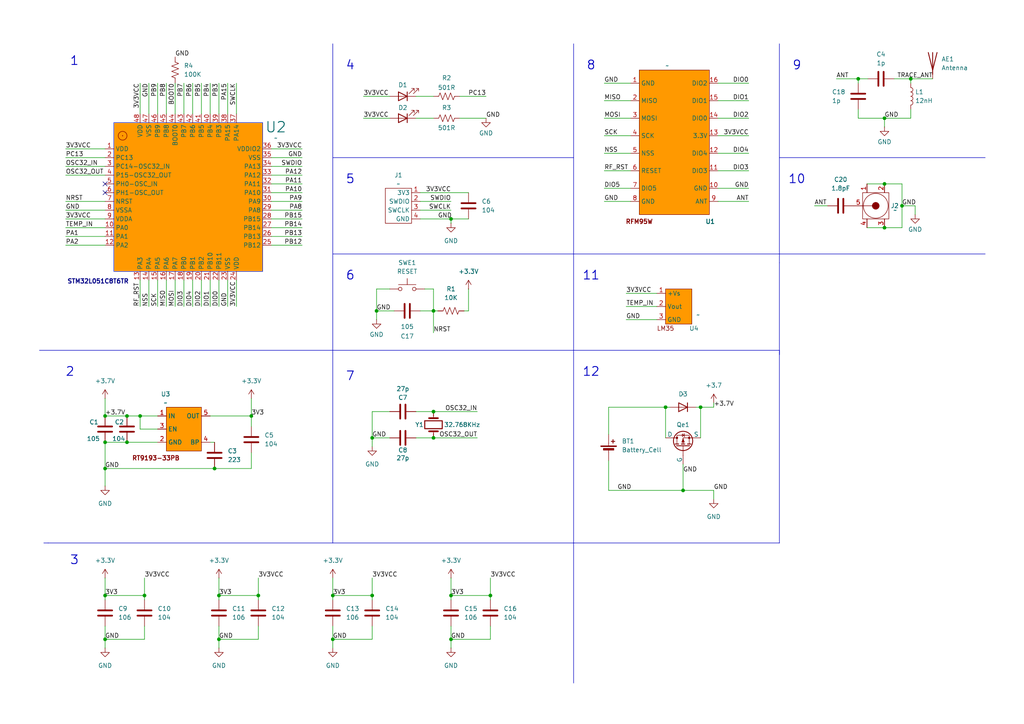
<source format=kicad_sch>
(kicad_sch (version 20231120) (generator "eeschema") (generator_version "8.0")
  (paper "A4")
  (lib_symbols
    (symbol "CONNECT_LAB:DEBUG_CONNECTOR"
      (property "Reference" "J1" (at 5.08 15.24 0))
      (property "Value" "~" (at 5.08 12.7 0))
      (symbol "DEBUG_CONNECTOR_0_1"
        (rectangle (start 1.27 11.43) (end 8.89 1.27))
      )
      (symbol "DEBUG_CONNECTOR_1_1"
        (pin input line (at 11.43 10.16 180) (length 2.54) (name "3V3") (number "1"))
        (pin input line (at 11.43 7.62 180) (length 2.54) (name "SWDIO") (number "2"))
        (pin input line (at 11.43 5.08 180) (length 2.54) (name "SWCLK") (number "3"))
        (pin input line (at 11.43 2.54 180) (length 2.54) (name "GND") (number "4"))
      )
    )
    (symbol "CONNECT_LAB:LM35_TO-92"
      (property "Reference" "U" (at 11.43 0 0))
      (symbol "LM35_TO-92_1_1"
        (rectangle (start 11.43 11.43) (end 3.81 1.27) (fill (type color) (color 255 153 0 1)))
        (text "LM35\n" (at 3.81 0 0) (effects (font (size 1.27 1.27))))
        (pin input line (at 1.27 10.16 0) (length 2.54) (name "+Vs") (number "1"))
        (pin input line (at 1.27 6.35 0) (length 2.54) (name "Vout") (number "2"))
        (pin input line (at 1.27 2.54 0) (length 2.54) (name "GND") (number "3"))
      )
    )
    (symbol "CONNECT_LAB:RFM95W"
      (property "Reference" "U1" (at 20.574 -2.032 0))
      (property "Value" "~" (at 8.1129 43.18 0))
      (symbol "RFM95W_1_0"
        (rectangle (start 0 41.91) (end 20.32 0) (fill (type color) (color 255 153 0 1)))
        (text "RFM95W" (at 0 -2.032 0) (effects (font (size 1.27 1.27) (thickness 0.254) (bold yes))))
      )
      (symbol "RFM95W_1_1"
        (pin passive line (at -2.54 38.1 0) (length 2.54) (name "GND") (number "1"))
        (pin passive line (at 22.86 7.62 180) (length 2.54) (name "GND") (number "10"))
        (pin passive line (at 22.86 12.7 180) (length 2.54) (name "DIO3") (number "11"))
        (pin passive line (at 22.86 17.78 180) (length 2.54) (name "DIO4") (number "12"))
        (pin passive line (at 22.86 22.86 180) (length 2.54) (name "3.3V") (number "13"))
        (pin passive line (at 22.86 27.94 180) (length 2.54) (name "DIO0") (number "14"))
        (pin passive line (at 22.86 33.02 180) (length 2.54) (name "DIO1") (number "15"))
        (pin passive line (at 22.86 38.1 180) (length 2.54) (name "DIO2") (number "16"))
        (pin passive line (at -2.54 33.02 0) (length 2.54) (name "MISO") (number "2"))
        (pin passive line (at -2.54 27.94 0) (length 2.54) (name "MOSI") (number "3"))
        (pin passive line (at -2.54 22.86 0) (length 2.54) (name "SCK") (number "4"))
        (pin passive line (at -2.54 17.78 0) (length 2.54) (name "NSS") (number "5"))
        (pin passive line (at -2.54 12.7 0) (length 2.54) (name "RESET") (number "6"))
        (pin passive line (at -2.54 7.62 0) (length 2.54) (name "DIO5") (number "7"))
        (pin passive line (at -2.54 3.81 0) (length 2.54) (name "GND") (number "8"))
        (pin passive line (at 22.86 3.81 180) (length 2.54) (name "ANT") (number "9"))
      )
    )
    (symbol "CONNECT_LAB:RTL9193-33PB"
      (property "Reference" "U3" (at 4.8502 20.32 0))
      (property "Value" "~" (at 4.8502 17.78 0))
      (symbol "RTL9193-33PB_1_1"
        (rectangle (start 5.08 16.51) (end 15.24 3.81) (fill (type color) (color 255 153 0 1)))
        (text "RT9193-33PB\n" (at 2.032 1.778 0) (effects (font (size 1.27 1.27) (thickness 0.254) (bold yes))))
        (pin passive line (at 2.54 13.97 0) (length 2.54) (name "IN") (number "1"))
        (pin passive line (at 2.54 6.35 0) (length 2.54) (name "GND") (number "2"))
        (pin passive line (at 2.54 10.16 0) (length 2.54) (name "EN") (number "3"))
        (pin passive line (at 17.78 6.35 180) (length 2.54) (name "BP") (number "4"))
        (pin passive line (at 17.78 13.97 180) (length 2.54) (name "OUT") (number "5"))
      )
    )
    (symbol "CONNECT_LAB:SMACONNECTOR"
      (property "Reference" "J" (at 13.208 7.366 0))
      (symbol "SMACONNECTOR_0_1"
        (rectangle (start 3.81 11.43) (end 11.43 3.81))
        (circle (center 7.62 7.62) (radius 3.5921))
      )
      (symbol "SMACONNECTOR_1_1"
        (polyline (pts (xy 3.81 7.62) (xy 7.62 7.62)))
        (circle (center 7.62 7.62) (radius 1) (fill (type color) (color 132 0 0 1)))
        (pin output line (at 5.08 13.97 270) (length 2.54) (name "") (number "1"))
        (pin output line (at 10.16 13.97 270) (length 2.54) (name "") (number "2"))
        (pin output line (at 10.16 1.27 90) (length 2.54) (name "") (number "3"))
        (pin output line (at 5.08 1.27 90) (length 2.54) (name "") (number "4"))
        (pin input line (at 1.27 7.62 0) (length 2.54) (name "") (number "5"))
      )
    )
    (symbol "CONNECT_LAB:STM32L051C8T6TR" (pin_names (offset 0.5))
      (property "Reference" "U2" (at 60.96 46.9586 0))
      (property "Value" "~" (at 60.96 43.7835 0))
      (symbol "STM32L051C8T6TR_1_0"
        (circle (center 16.51 44.45) (radius 0.0001) (fill (type color) (color 0 0 132 1)))
        (circle (center 16.51 44.45) (radius 1.27) (fill (type color) (color 0 194 194 1)))
        (text "STM32L051C8T6TR" (at 9.398 2.286 0) (effects (font (size 1.27 1.27) (thickness 0.254) (bold yes))))
      )
      (symbol "STM32L051C8T6TR_1_1"
        (rectangle (start 13.97 48.26) (end 57.15 5.08) (stroke (width 0) (color 0 45 255 1)) (fill (type color) (color 255 153 0 1)))
        (pin passive line (at 11.43 40.64 0) (length 2.54) (name "VDD") (number "1"))
        (pin passive line (at 11.43 17.78 0) (length 2.54) (name "PA0") (number "10"))
        (pin passive line (at 11.43 15.24 0) (length 2.54) (name "PA1") (number "11"))
        (pin passive line (at 11.43 12.7 0) (length 2.54) (name "PA2") (number "12"))
        (pin passive line (at 21.59 2.54 90) (length 2.54) (name "PA3") (number "13"))
        (pin passive line (at 24.13 2.54 90) (length 2.54) (name "PA4") (number "14"))
        (pin passive line (at 26.67 2.54 90) (length 2.54) (name "PA5") (number "15"))
        (pin passive line (at 29.21 2.54 90) (length 2.54) (name "PA6") (number "16"))
        (pin passive line (at 31.75 2.54 90) (length 2.54) (name "PA7") (number "17"))
        (pin passive line (at 34.29 2.54 90) (length 2.54) (name "PB0") (number "18"))
        (pin passive line (at 36.83 2.54 90) (length 2.54) (name "PB1") (number "19"))
        (pin passive line (at 11.43 38.1 0) (length 2.54) (name "PC13") (number "2"))
        (pin passive line (at 39.37 2.54 90) (length 2.54) (name "PB2") (number "20"))
        (pin passive line (at 41.91 2.54 90) (length 2.54) (name "PB10") (number "21"))
        (pin passive line (at 44.45 2.54 90) (length 2.54) (name "PB11") (number "22"))
        (pin passive line (at 46.99 2.54 90) (length 2.54) (name "VSS") (number "23"))
        (pin passive line (at 49.53 2.54 90) (length 2.54) (name "VDD") (number "24"))
        (pin passive line (at 59.69 12.7 180) (length 2.54) (name "PB12") (number "25"))
        (pin passive line (at 59.69 15.24 180) (length 2.54) (name "PB13") (number "26"))
        (pin passive line (at 59.69 17.78 180) (length 2.54) (name "PB14") (number "27"))
        (pin passive line (at 59.69 20.32 180) (length 2.54) (name "PB15") (number "28"))
        (pin passive line (at 59.69 22.86 180) (length 2.54) (name "PA8") (number "29"))
        (pin passive line (at 11.43 35.56 0) (length 2.54) (name "PC14-OSC32_IN") (number "3"))
        (pin passive line (at 59.69 25.4 180) (length 2.54) (name "PA9") (number "30"))
        (pin passive line (at 59.69 27.94 180) (length 2.54) (name "PA10") (number "31"))
        (pin passive line (at 59.69 30.48 180) (length 2.54) (name "PA11") (number "32"))
        (pin passive line (at 59.69 33.02 180) (length 2.54) (name "PA12") (number "33"))
        (pin passive line (at 59.69 35.56 180) (length 2.54) (name "PA13") (number "34"))
        (pin passive line (at 59.69 38.1 180) (length 2.54) (name "VSS") (number "35"))
        (pin passive line (at 59.69 40.64 180) (length 2.54) (name "VDDIO2") (number "36"))
        (pin passive line (at 49.53 50.8 270) (length 2.54) (name "PA14") (number "37"))
        (pin passive line (at 46.99 50.8 270) (length 2.54) (name "PA15") (number "38"))
        (pin passive line (at 44.45 50.8 270) (length 2.54) (name "PB3") (number "39"))
        (pin passive line (at 11.43 33.02 0) (length 2.54) (name "P15-OSC32_OUT") (number "4"))
        (pin passive line (at 41.91 50.8 270) (length 2.54) (name "PB4") (number "40"))
        (pin passive line (at 39.37 50.8 270) (length 2.54) (name "PB5") (number "41"))
        (pin passive line (at 36.83 50.8 270) (length 2.54) (name "PB6") (number "42"))
        (pin passive line (at 34.29 50.8 270) (length 2.54) (name "PB7") (number "43"))
        (pin passive line (at 31.75 50.8 270) (length 2.54) (name "BOOT0") (number "44"))
        (pin passive line (at 29.21 50.8 270) (length 2.54) (name "PB8") (number "45"))
        (pin passive line (at 26.67 50.8 270) (length 2.54) (name "PB9") (number "46"))
        (pin passive line (at 24.13 50.8 270) (length 2.54) (name "VSS") (number "47"))
        (pin passive line (at 21.59 50.8 270) (length 2.54) (name "VDD") (number "48"))
        (pin passive line (at 11.43 30.48 0) (length 2.54) (name "PH0-OSC_IN") (number "5"))
        (pin passive line (at 11.43 27.94 0) (length 2.54) (name "PH1-OSC_OUT") (number "6"))
        (pin passive line (at 11.43 25.4 0) (length 2.54) (name "NRST") (number "7"))
        (pin passive line (at 11.43 22.86 0) (length 2.54) (name "VSSA") (number "8"))
        (pin passive line (at 11.43 20.32 0) (length 2.54) (name "VDDA") (number "9"))
      )
    )
    (symbol "Device:Antenna" (pin_numbers hide) (pin_names (offset 1.016) hide)
      (property "Reference" "AE" (at -1.905 1.905 0))
      (property "Value" "Antenna" (at -1.905 0 0))
      (symbol "Antenna_0_1"
        (polyline (pts (xy 0 2.54) (xy 0 -3.81)) (stroke (width 0.254)))
        (polyline (pts (xy 1.27 2.54) (xy 0 -2.54) (xy -1.27 2.54)) (stroke (width 0.254)))
      )
      (symbol "Antenna_1_1"
        (pin input line (at 0 -5.08 90) (length 2.54) (name "A") (number "1"))
      )
    )
    (symbol "Device:Battery_Cell" (pin_numbers hide) (pin_names (offset 0) hide)
      (property "Reference" "BT" (at 2.54 2.54 0))
      (property "Value" "Battery_Cell" (at 2.54 0 0))
      (symbol "Battery_Cell_0_1"
        (rectangle (start -2.286 1.778) (end 2.286 1.524) (fill (type outline)))
        (rectangle (start -1.524 1.016) (end 1.524 0.508) (fill (type outline)))
        (polyline (pts (xy 0 0.762) (xy 0 0)))
        (polyline (pts (xy 0 1.778) (xy 0 2.54)))
        (polyline (pts (xy 0.762 3.048) (xy 1.778 3.048)) (stroke (width 0.254)))
        (polyline (pts (xy 1.27 3.556) (xy 1.27 2.54)) (stroke (width 0.254)))
      )
      (symbol "Battery_Cell_1_1"
        (pin passive line (at 0 5.08 270) (length 2.54) (name "+") (number "1"))
        (pin passive line (at 0 -2.54 90) (length 2.54) (name "-") (number "2"))
      )
    )
    (symbol "Device:C" (pin_numbers hide) (pin_names (offset 0.254))
      (property "Reference" "C" (at 0.635 2.54 0))
      (property "Value" "C" (at 0.635 -2.54 0))
      (symbol "C_0_1"
        (polyline (pts (xy -2.032 -0.762) (xy 2.032 -0.762)) (stroke (width 0.508)))
        (polyline (pts (xy -2.032 0.762) (xy 2.032 0.762)) (stroke (width 0.508)))
      )
      (symbol "C_1_1"
        (pin passive line (at 0 3.81 270) (length 2.794) (name "~") (number "1"))
        (pin passive line (at 0 -3.81 90) (length 2.794) (name "~") (number "2"))
      )
    )
    (symbol "Device:Crystal" (pin_numbers hide) (pin_names (offset 1.016) hide)
      (property "Reference" "Y" (at 0 3.81 0))
      (property "Value" "Crystal" (at 0 -3.81 0))
      (symbol "Crystal_0_1"
        (rectangle (start -1.143 2.54) (end 1.143 -2.54) (stroke (width 0.3048)))
        (polyline (pts (xy -2.54 0) (xy -1.905 0)))
        (polyline (pts (xy -1.905 -1.27) (xy -1.905 1.27)) (stroke (width 0.508)))
        (polyline (pts (xy 1.905 -1.27) (xy 1.905 1.27)) (stroke (width 0.508)))
        (polyline (pts (xy 2.54 0) (xy 1.905 0)))
      )
      (symbol "Crystal_1_1"
        (pin passive line (at -3.81 0 0) (length 1.27) (name "1") (number "1"))
        (pin passive line (at 3.81 0 180) (length 1.27) (name "2") (number "2"))
      )
    )
    (symbol "Device:D" (pin_numbers hide) (pin_names (offset 1.016) hide)
      (property "Reference" "D" (at 0 2.54 0))
      (property "Value" "D" (at 0 -2.54 0))
      (symbol "D_0_1"
        (polyline (pts (xy -1.27 1.27) (xy -1.27 -1.27)) (stroke (width 0.254)))
        (polyline (pts (xy 1.27 0) (xy -1.27 0)))
        (polyline (pts (xy 1.27 1.27) (xy 1.27 -1.27) (xy -1.27 0) (xy 1.27 1.27)) (stroke (width 0.254)))
      )
      (symbol "D_1_1"
        (pin passive line (at -3.81 0 0) (length 2.54) (name "K") (number "1"))
        (pin passive line (at 3.81 0 180) (length 2.54) (name "A") (number "2"))
      )
    )
    (symbol "Device:L" (pin_numbers hide) (pin_names (offset 1.016) hide)
      (property "Reference" "L" (at -1.27 0 90))
      (property "Value" "L" (at 1.905 0 90))
      (symbol "L_0_1"
        (arc (start 0 -2.54) (mid 0.6323 -1.905) (end 0 -1.27))
        (arc (start 0 -1.27) (mid 0.6323 -0.635) (end 0 0))
        (arc (start 0 0) (mid 0.6323 0.635) (end 0 1.27))
        (arc (start 0 1.27) (mid 0.6323 1.905) (end 0 2.54))
      )
      (symbol "L_1_1"
        (pin passive line (at 0 3.81 270) (length 1.27) (name "1") (number "1"))
        (pin passive line (at 0 -3.81 90) (length 1.27) (name "2") (number "2"))
      )
    )
    (symbol "Device:LED" (pin_numbers hide) (pin_names (offset 1.016) hide)
      (property "Reference" "D" (at 0 2.54 0))
      (property "Value" "LED" (at 0 -2.54 0))
      (symbol "LED_0_1"
        (polyline (pts (xy -1.27 -1.27) (xy -1.27 1.27)) (stroke (width 0.254)))
        (polyline (pts (xy -1.27 0) (xy 1.27 0)))
        (polyline (pts (xy 1.27 -1.27) (xy 1.27 1.27) (xy -1.27 0) (xy 1.27 -1.27)) (stroke (width 0.254)))
        (polyline (pts (xy -3.048 -0.762) (xy -4.572 -2.286) (xy -3.81 -2.286) (xy -4.572 -2.286) (xy -4.572 -1.524)))
        (polyline (pts (xy -1.778 -0.762) (xy -3.302 -2.286) (xy -2.54 -2.286) (xy -3.302 -2.286) (xy -3.302 -1.524)))
      )
      (symbol "LED_1_1"
        (pin passive line (at -3.81 0 0) (length 2.54) (name "K") (number "1"))
        (pin passive line (at 3.81 0 180) (length 2.54) (name "A") (number "2"))
      )
    )
    (symbol "Device:R_US" (pin_numbers hide) (pin_names (offset 0))
      (property "Reference" "R" (at 2.54 0 90))
      (property "Value" "R_US" (at -2.54 0 90))
      (symbol "R_US_0_1"
        (polyline (pts (xy 0 -2.286) (xy 0 -2.54)))
        (polyline (pts (xy 0 2.286) (xy 0 2.54)))
        (polyline (pts (xy 0 -0.762) (xy 1.016 -1.143) (xy 0 -1.524) (xy -1.016 -1.905) (xy 0 -2.286)))
        (polyline (pts (xy 0 0.762) (xy 1.016 0.381) (xy 0 0) (xy -1.016 -0.381) (xy 0 -0.762)))
        (polyline (pts (xy 0 2.286) (xy 1.016 1.905) (xy 0 1.524) (xy -1.016 1.143) (xy 0 0.762)))
      )
      (symbol "R_US_1_1"
        (pin passive line (at 0 3.81 270) (length 1.27) (name "~") (number "1"))
        (pin passive line (at 0 -3.81 90) (length 1.27) (name "~") (number "2"))
      )
    )
    (symbol "Simulation_SPICE:PMOS" (pin_numbers hide) (pin_names (offset 0))
      (property "Reference" "Q" (at 5.08 1.27 0))
      (property "Value" "PMOS" (at 5.08 -1.27 0))
      (symbol "PMOS_0_1"
        (polyline (pts (xy 0.254 0) (xy -2.54 0)))
        (polyline (pts (xy 0.254 1.905) (xy 0.254 -1.905)) (stroke (width 0.254)))
        (polyline (pts (xy 0.762 -1.27) (xy 0.762 -2.286)) (stroke (width 0.254)))
        (polyline (pts (xy 0.762 0.508) (xy 0.762 -0.508)) (stroke (width 0.254)))
        (polyline (pts (xy 0.762 2.286) (xy 0.762 1.27)) (stroke (width 0.254)))
        (polyline (pts (xy 2.54 2.54) (xy 2.54 1.778)))
        (polyline (pts (xy 2.54 -2.54) (xy 2.54 0) (xy 0.762 0)))
        (polyline (pts (xy 0.762 1.778) (xy 3.302 1.778) (xy 3.302 -1.778) (xy 0.762 -1.778)))
        (polyline (pts (xy 2.286 0) (xy 1.27 0.381) (xy 1.27 -0.381) (xy 2.286 0)) (fill (type outline)))
        (polyline (pts (xy 2.794 -0.508) (xy 2.921 -0.381) (xy 3.683 -0.381) (xy 3.81 -0.254)))
        (polyline (pts (xy 3.302 -0.381) (xy 2.921 0.254) (xy 3.683 0.254) (xy 3.302 -0.381)))
        (circle (center 1.651 0) (radius 2.794) (stroke (width 0.254)))
        (circle (center 2.54 -1.778) (radius 0.254) (fill (type outline)))
        (circle (center 2.54 1.778) (radius 0.254) (fill (type outline)))
      )
      (symbol "PMOS_1_1"
        (pin passive line (at 2.54 5.08 270) (length 2.54) (name "D") (number "1"))
        (pin input line (at -5.08 0 0) (length 2.54) (name "G") (number "2"))
        (pin passive line (at 2.54 -5.08 90) (length 2.54) (name "S") (number "3"))
      )
    )
    (symbol "Switch:SW_Push" (pin_numbers hide) (pin_names (offset 1.016) hide)
      (property "Reference" "SW" (at 1.27 2.54 0))
      (property "Value" "SW_Push" (at 0 -1.524 0))
      (symbol "SW_Push_0_1"
        (circle (center -2.032 0) (radius 0.508))
        (polyline (pts (xy 0 1.27) (xy 0 3.048)))
        (polyline (pts (xy 2.54 1.27) (xy -2.54 1.27)))
        (circle (center 2.032 0) (radius 0.508))
        (pin passive line (at -5.08 0 0) (length 2.54) (name "1") (number "1"))
        (pin passive line (at 5.08 0 180) (length 2.54) (name "2") (number "2"))
      )
    )
    (symbol "power:+3.3V" (power) (pin_numbers hide) (pin_names (offset 0) hide)
      (property "Value" "+3.3V" (at 0 3.556 0))
      (symbol "+3.3V_0_1"
        (polyline (pts (xy -0.762 1.27) (xy 0 2.54)))
        (polyline (pts (xy 0 0) (xy 0 2.54)))
        (polyline (pts (xy 0 2.54) (xy 0.762 1.27)))
      )
      (symbol "+3.3V_1_1"
        (pin power_in line (at 0 0 90) (length 0) (name "~") (number "1"))
      )
    )
    (symbol "power:+5V" (power) (pin_numbers hide) (pin_names (offset 0) hide)
      (property "Value" "+5V" (at 0 3.556 0))
      (symbol "+5V_0_1"
        (polyline (pts (xy -0.762 1.27) (xy 0 2.54)))
        (polyline (pts (xy 0 0) (xy 0 2.54)))
        (polyline (pts (xy 0 2.54) (xy 0.762 1.27)))
      )
      (symbol "+5V_1_1"
        (pin power_in line (at 0 0 90) (length 0) (name "~") (number "1"))
      )
    )
    (symbol "power:+7.5V" (power) (pin_numbers hide) (pin_names (offset 0) hide)
      (property "Value" "+7.5V" (at 0 3.556 0))
      (symbol "+7.5V_0_1"
        (polyline (pts (xy -0.762 1.27) (xy 0 2.54)))
        (polyline (pts (xy 0 0) (xy 0 2.54)))
        (polyline (pts (xy 0 2.54) (xy 0.762 1.27)))
      )
      (symbol "+7.5V_1_1"
        (pin power_in line (at 0 0 90) (length 0) (name "~") (number "1"))
      )
    )
    (symbol "power:GND" (power) (pin_numbers hide) (pin_names (offset 0) hide)
      (property "Value" "GND" (at 0 -3.81 0))
      (symbol "GND_0_1"
        (polyline (pts (xy 0 0) (xy 0 -1.27) (xy 1.27 -1.27) (xy 0 -2.54) (xy -1.27 -1.27) (xy 0 -1.27)))
      )
      (symbol "GND_1_1"
        (pin power_in line (at 0 0 270) (length 0) (name "~") (number "1"))
      )
    )
  )
  (junction (at 256.54 53.34))
  (junction (at 40.64 120.65))
  (junction (at 72.898 120.65))
  (junction (at 130.81 185.42))
  (junction (at 30.48 135.89))
  (junction (at 256.54 34.29))
  (junction (at 41.91 172.72))
  (junction (at 74.93 172.72))
  (junction (at 63.5 172.72))
  (junction (at 30.48 185.42))
  (junction (at 36.83 120.65))
  (junction (at 96.52 172.72))
  (junction (at 203.2 118.11))
  (junction (at 96.52 185.42))
  (junction (at 248.92 22.86))
  (junction (at 30.48 120.65))
  (junction (at 36.83 128.27))
  (junction (at 63.5 185.42))
  (junction (at 125.73 90.17))
  (junction (at 193.04 118.11))
  (junction (at 130.81 172.72))
  (junction (at 130.81 63.5))
  (junction (at 125.73 119.38))
  (junction (at 109.22 90.17))
  (junction (at 62.23 135.89))
  (junction (at 107.95 172.72))
  (junction (at 198.12 142.24))
  (junction (at 261.62 59.69))
  (junction (at 264.16 22.86))
  (junction (at 30.48 128.27))
  (junction (at 256.54 66.04))
  (junction (at 30.48 172.72))
  (junction (at 125.73 127))
  (junction (at 107.95 127))
  (junction (at 142.24 172.72))
  (no_connect (at 30.48 55.88))
  (no_connect (at 30.48 53.34))
  (wire (pts (xy 203.2 127) (xy 203.2 118.11)))
  (wire (pts (xy 121.92 58.42) (xy 130.81 58.42)))
  (wire (pts (xy 41.91 181.61) (xy 41.91 185.42)))
  (wire (pts (xy 45.72 81.28) (xy 45.72 88.9)))
  (wire (pts (xy 50.8 24.13) (xy 50.8 33.02)))
  (wire (pts (xy 203.2 118.11) (xy 207.01 118.11)))
  (wire (pts (xy 248.92 34.29) (xy 256.54 34.29)))
  (wire (pts (xy 74.93 167.64) (xy 74.93 172.72)))
  (wire (pts (xy 130.81 167.64) (xy 130.81 172.72)))
  (polyline (pts (xy 226.06 157.48) (xy 226.06 157.48)))
  (wire (pts (xy 78.74 71.12) (xy 87.63 71.12)))
  (wire (pts (xy 19.05 60.96) (xy 30.48 60.96)))
  (wire (pts (xy 19.05 71.12) (xy 30.48 71.12)))
  (wire (pts (xy 107.95 119.38) (xy 107.95 127)))
  (wire (pts (xy 78.74 68.58) (xy 87.63 68.58)))
  (wire (pts (xy 107.95 181.61) (xy 107.95 185.42)))
  (wire (pts (xy 30.48 181.61) (xy 30.48 185.42)))
  (wire (pts (xy 96.52 172.72) (xy 107.95 172.72)))
  (wire (pts (xy 121.92 63.5) (xy 130.81 63.5)))
  (wire (pts (xy 72.898 115.57) (xy 72.898 120.65)))
  (polyline (pts (xy 13.97 157.48) (xy 166.37 157.48)))
  (wire (pts (xy 198.12 134.62) (xy 198.12 142.24)))
  (wire (pts (xy 58.42 24.13) (xy 58.42 33.02)))
  (polyline (pts (xy 12.7 157.48) (xy 13.97 157.48)))
  (polyline (pts (xy 166.37 101.6) (xy 166.37 157.48)))
  (wire (pts (xy 248.92 22.86) (xy 251.714 22.86)))
  (polyline (pts (xy 226.06 101.6) (xy 226.06 102.87)))
  (wire (pts (xy 30.48 172.72) (xy 41.91 172.72)))
  (wire (pts (xy 78.74 43.18) (xy 87.63 43.18)))
  (wire (pts (xy 19.05 43.18) (xy 30.48 43.18)))
  (wire (pts (xy 107.95 167.64) (xy 107.95 172.72)))
  (wire (pts (xy 107.95 127) (xy 113.03 127)))
  (wire (pts (xy 19.05 45.72) (xy 30.48 45.72)))
  (wire (pts (xy 78.74 66.04) (xy 87.63 66.04)))
  (wire (pts (xy 74.93 172.72) (xy 74.93 173.99)))
  (wire (pts (xy 130.81 63.5) (xy 135.89 63.5)))
  (wire (pts (xy 105.41 27.94) (xy 113.03 27.94)))
  (polyline (pts (xy 166.37 73.66) (xy 285.75 73.66)))
  (wire (pts (xy 176.53 133.604) (xy 176.53 142.24)))
  (wire (pts (xy 181.61 88.9) (xy 190.5 88.9)))
  (wire (pts (xy 68.58 81.28) (xy 68.58 88.9)))
  (wire (pts (xy 236.22 59.69) (xy 240.03 59.69)))
  (polyline (pts (xy 166.37 12.7) (xy 166.37 101.6)))
  (wire (pts (xy 62.23 135.89) (xy 72.898 135.89)))
  (wire (pts (xy 130.81 172.72) (xy 130.81 173.99)))
  (wire (pts (xy 176.53 142.24) (xy 198.12 142.24)))
  (wire (pts (xy 193.04 118.11) (xy 194.31 118.11)))
  (wire (pts (xy 208.28 58.42) (xy 217.17 58.42)))
  (wire (pts (xy 63.5 24.13) (xy 63.5 33.02)))
  (wire (pts (xy 30.48 172.72) (xy 30.48 173.99)))
  (wire (pts (xy 19.05 48.26) (xy 30.48 48.26)))
  (wire (pts (xy 208.28 39.37) (xy 217.17 39.37)))
  (wire (pts (xy 19.05 50.8) (xy 30.48 50.8)))
  (wire (pts (xy 181.61 92.71) (xy 190.5 92.71)))
  (wire (pts (xy 248.92 31.75) (xy 248.92 34.29)))
  (wire (pts (xy 109.22 90.17) (xy 109.22 92.71)))
  (wire (pts (xy 96.52 181.61) (xy 96.52 185.42)))
  (polyline (pts (xy 96.52 45.72) (xy 166.37 45.72)))
  (wire (pts (xy 30.48 167.64) (xy 30.48 172.72)))
  (wire (pts (xy 120.65 127) (xy 125.73 127)))
  (wire (pts (xy 60.96 128.27) (xy 62.23 128.27)))
  (wire (pts (xy 176.53 118.11) (xy 176.53 125.984)))
  (wire (pts (xy 208.28 34.29) (xy 217.17 34.29)))
  (wire (pts (xy 125.73 127) (xy 138.43 127)))
  (wire (pts (xy 256.54 36.83) (xy 256.54 34.29)))
  (wire (pts (xy 96.52 185.42) (xy 107.95 185.42)))
  (wire (pts (xy 63.5 185.42) (xy 63.5 187.96)))
  (wire (pts (xy 130.81 172.72) (xy 142.24 172.72)))
  (wire (pts (xy 142.24 181.61) (xy 142.24 185.42)))
  (wire (pts (xy 55.88 24.13) (xy 55.88 33.02)))
  (polyline (pts (xy 96.52 101.6) (xy 96.52 157.48)))
  (wire (pts (xy 121.92 55.88) (xy 135.89 55.88)))
  (wire (pts (xy 248.92 24.13) (xy 248.92 22.86)))
  (wire (pts (xy 30.48 185.42) (xy 41.91 185.42)))
  (wire (pts (xy 242.57 22.86) (xy 248.92 22.86)))
  (wire (pts (xy 125.73 83.82) (xy 125.73 90.17)))
  (wire (pts (xy 36.83 128.27) (xy 30.48 128.27)))
  (wire (pts (xy 208.28 24.13) (xy 217.17 24.13)))
  (wire (pts (xy 133.35 34.29) (xy 140.97 34.29)))
  (wire (pts (xy 40.64 24.13) (xy 40.64 33.02)))
  (wire (pts (xy 261.62 59.69) (xy 265.43 59.69)))
  (wire (pts (xy 45.72 120.65) (xy 40.64 120.65)))
  (wire (pts (xy 135.89 83.82) (xy 135.89 90.17)))
  (wire (pts (xy 256.54 66.04) (xy 261.62 66.04)))
  (wire (pts (xy 207.01 116.84) (xy 207.01 118.11)))
  (wire (pts (xy 130.81 63.5) (xy 130.81 64.77)))
  (wire (pts (xy 113.03 119.38) (xy 107.95 119.38)))
  (wire (pts (xy 251.46 53.34) (xy 256.54 53.34)))
  (wire (pts (xy 251.46 66.04) (xy 256.54 66.04)))
  (wire (pts (xy 201.93 118.11) (xy 203.2 118.11)))
  (wire (pts (xy 198.12 142.24) (xy 207.01 142.24)))
  (wire (pts (xy 78.74 58.42) (xy 87.63 58.42)))
  (polyline (pts (xy 166.37 157.48) (xy 226.06 157.48)))
  (wire (pts (xy 72.898 120.65) (xy 72.898 123.698)))
  (wire (pts (xy 53.34 81.28) (xy 53.34 88.9)))
  (wire (pts (xy 175.26 54.61) (xy 182.88 54.61)))
  (wire (pts (xy 19.05 68.58) (xy 30.48 68.58)))
  (wire (pts (xy 181.61 85.09) (xy 190.5 85.09)))
  (wire (pts (xy 30.48 128.27) (xy 30.48 135.89)))
  (wire (pts (xy 96.52 172.72) (xy 96.52 173.99)))
  (wire (pts (xy 40.64 124.46) (xy 40.64 120.65)))
  (wire (pts (xy 193.04 118.11) (xy 193.04 127)))
  (wire (pts (xy 30.48 115.57) (xy 30.48 120.65)))
  (wire (pts (xy 207.01 142.24) (xy 207.01 144.78)))
  (wire (pts (xy 261.62 59.69) (xy 261.62 66.04)))
  (wire (pts (xy 130.81 181.61) (xy 130.81 185.42)))
  (wire (pts (xy 176.53 118.11) (xy 193.04 118.11)))
  (wire (pts (xy 125.73 90.17) (xy 127 90.17)))
  (wire (pts (xy 96.52 167.64) (xy 96.52 172.72)))
  (wire (pts (xy 265.43 59.69) (xy 265.43 62.23)))
  (wire (pts (xy 63.5 181.61) (xy 63.5 185.42)))
  (wire (pts (xy 120.65 34.29) (xy 125.73 34.29)))
  (polyline (pts (xy 11.43 101.6) (xy 166.37 101.6)))
  (wire (pts (xy 142.24 167.64) (xy 142.24 172.72)))
  (wire (pts (xy 107.95 129.54) (xy 107.95 127)))
  (wire (pts (xy 48.26 81.28) (xy 48.26 88.9)))
  (wire (pts (xy 130.81 185.42) (xy 142.24 185.42)))
  (wire (pts (xy 63.5 81.28) (xy 63.5 88.9)))
  (polyline (pts (xy 226.06 12.7) (xy 226.06 76.2)))
  (polyline (pts (xy 166.37 157.48) (xy 166.37 198.12)))
  (wire (pts (xy 78.74 60.96) (xy 87.63 60.96)))
  (wire (pts (xy 125.73 96.52) (xy 125.73 90.17)))
  (wire (pts (xy 66.04 24.13) (xy 66.04 33.02)))
  (wire (pts (xy 30.48 187.96) (xy 30.48 185.42)))
  (wire (pts (xy 208.28 44.45) (xy 217.17 44.45)))
  (wire (pts (xy 74.93 181.61) (xy 74.93 185.42)))
  (wire (pts (xy 60.96 24.13) (xy 60.96 33.02)))
  (wire (pts (xy 50.8 81.28) (xy 50.8 88.9)))
  (wire (pts (xy 30.48 135.89) (xy 62.23 135.89)))
  (wire (pts (xy 142.24 173.99) (xy 142.24 172.72)))
  (wire (pts (xy 175.26 44.45) (xy 182.88 44.45)))
  (wire (pts (xy 53.34 24.13) (xy 53.34 33.02)))
  (wire (pts (xy 68.58 24.13) (xy 68.58 33.02)))
  (wire (pts (xy 43.18 24.13) (xy 43.18 33.02)))
  (wire (pts (xy 63.5 185.42) (xy 74.93 185.42)))
  (wire (pts (xy 45.72 124.46) (xy 40.64 124.46)))
  (wire (pts (xy 133.35 27.94) (xy 140.97 27.94)))
  (wire (pts (xy 264.16 22.86) (xy 264.16 24.13)))
  (polyline (pts (xy 96.52 73.66) (xy 166.37 73.66)))
  (wire (pts (xy 55.88 81.28) (xy 55.88 88.9)))
  (wire (pts (xy 105.41 34.29) (xy 113.03 34.29)))
  (wire (pts (xy 45.72 128.27) (xy 36.83 128.27)))
  (wire (pts (xy 125.73 83.82) (xy 123.19 83.82)))
  (wire (pts (xy 45.72 24.13) (xy 45.72 33.02)))
  (wire (pts (xy 78.74 53.34) (xy 87.63 53.34)))
  (wire (pts (xy 60.96 120.65) (xy 72.898 120.65)))
  (wire (pts (xy 208.28 54.61) (xy 217.17 54.61)))
  (wire (pts (xy 63.5 172.72) (xy 63.5 173.99)))
  (wire (pts (xy 109.22 90.17) (xy 114.3 90.17)))
  (wire (pts (xy 19.05 66.04) (xy 30.48 66.04)))
  (wire (pts (xy 175.26 34.29) (xy 182.88 34.29)))
  (wire (pts (xy 41.91 167.64) (xy 41.91 172.72)))
  (wire (pts (xy 175.26 29.21) (xy 182.88 29.21)))
  (wire (pts (xy 175.26 24.13) (xy 182.88 24.13)))
  (wire (pts (xy 48.26 24.13) (xy 48.26 33.02)))
  (wire (pts (xy 41.91 173.99) (xy 41.91 172.72)))
  (wire (pts (xy 43.18 81.28) (xy 43.18 88.9)))
  (polyline (pts (xy 226.06 76.2) (xy 226.06 157.48)))
  (wire (pts (xy 175.26 49.53) (xy 182.88 49.53)))
  (wire (pts (xy 78.74 45.72) (xy 87.63 45.72)))
  (wire (pts (xy 175.26 58.42) (xy 182.88 58.42)))
  (wire (pts (xy 30.48 135.89) (xy 30.48 140.97)))
  (wire (pts (xy 40.64 120.65) (xy 36.83 120.65)))
  (wire (pts (xy 40.64 81.28) (xy 40.64 88.9)))
  (wire (pts (xy 175.26 39.37) (xy 182.88 39.37)))
  (wire (pts (xy 19.05 58.42) (xy 30.48 58.42)))
  (wire (pts (xy 19.05 63.5) (xy 30.48 63.5)))
  (wire (pts (xy 120.65 27.94) (xy 125.73 27.94)))
  (wire (pts (xy 134.62 90.17) (xy 135.89 90.17)))
  (wire (pts (xy 264.16 31.75) (xy 264.16 34.29)))
  (wire (pts (xy 78.74 50.8) (xy 87.63 50.8)))
  (wire (pts (xy 109.22 83.82) (xy 109.22 90.17)))
  (wire (pts (xy 256.54 53.34) (xy 261.62 53.34)))
  (wire (pts (xy 107.95 173.99) (xy 107.95 172.72)))
  (wire (pts (xy 121.92 60.96) (xy 130.81 60.96)))
  (wire (pts (xy 96.52 185.42) (xy 96.52 187.96)))
  (polyline (pts (xy 166.37 101.6) (xy 226.06 101.6)))
  (wire (pts (xy 208.28 49.53) (xy 217.17 49.53)))
  (wire (pts (xy 261.62 53.34) (xy 261.62 59.69)))
  (wire (pts (xy 63.5 172.72) (xy 74.93 172.72)))
  (wire (pts (xy 125.73 119.38) (xy 138.43 119.38)))
  (polyline (pts (xy 226.06 45.72) (xy 285.75 45.72)))
  (wire (pts (xy 78.74 55.88) (xy 87.63 55.88)))
  (wire (pts (xy 264.16 22.86) (xy 270.51 22.86)))
  (wire (pts (xy 63.5 167.64) (xy 63.5 172.72)))
  (wire (pts (xy 256.54 34.29) (xy 264.16 34.29)))
  (wire (pts (xy 120.65 119.38) (xy 125.73 119.38)))
  (wire (pts (xy 121.92 90.17) (xy 125.73 90.17)))
  (wire (pts (xy 208.28 29.21) (xy 217.17 29.21)))
  (polyline (pts (xy 96.52 12.7) (xy 96.52 101.6)))
  (wire (pts (xy 113.03 83.82) (xy 109.22 83.82)))
  (wire (pts (xy 78.74 48.26) (xy 87.63 48.26)))
  (wire (pts (xy 130.81 185.42) (xy 130.81 187.96)))
  (wire (pts (xy 58.42 81.28) (xy 58.42 88.9)))
  (wire (pts (xy 66.04 81.28) (xy 66.04 88.9)))
  (wire (pts (xy 72.898 131.318) (xy 72.898 135.89)))
  (wire (pts (xy 36.83 120.65) (xy 30.48 120.65)))
  (wire (pts (xy 259.334 22.86) (xy 264.16 22.86)))
  (wire (pts (xy 60.96 81.28) (xy 60.96 88.9)))
  (wire (pts (xy 78.74 63.5) (xy 87.63 63.5)))
  (text "2" (at 20.32 107.95 0) (effects (font (size 2.54 2.54) (thickness 0.254) (bold yes))))
  (text "4" (at 101.6 19.05 0) (effects (font (size 2.54 2.54) (thickness 0.254) (bold yes))))
  (text "11" (at 171.45 80.01 0) (effects (font (size 2.54 2.54) (thickness 0.254) (bold yes))))
  (text "8" (at 171.45 19.05 0) (effects (font (size 2.54 2.54) (thickness 0.254) (bold yes))))
  (text "1" (at 21.59 17.78 0) (effects (font (size 2.54 2.54) (thickness 0.254) (bold yes))))
  (text "9" (at 231.14 19.05 0) (effects (font (size 2.54 2.54) (thickness 0.254) (bold yes))))
  (text "10" (at 231.14 52.07 0) (effects (font (size 2.54 2.54) (thickness 0.254) (bold yes))))
  (text "5" (at 101.6 52.07 0) (effects (font (size 2.54 2.54) (thickness 0.254) (bold yes))))
  (text "12" (at 171.45 107.95 0) (effects (font (size 2.54 2.54) (thickness 0.254) (bold yes))))
  (text "6" (at 101.6 80.01 0) (effects (font (size 2.54 2.54) (thickness 0.254) (bold yes))))
  (text "3" (at 21.59 162.56 0) (effects (font (size 2.54 2.54) (thickness 0.254) (bold yes))))
  (text "7" (at 101.6 109.22 0) (effects (font (size 2.54 2.54) (thickness 0.254) (bold yes))))
  (label "PA1" (at 19.05 68.58 0))
  (label "TEMP_IN" (at 19.05 66.04 0))
  (label "DIO2" (at 217.17 34.29 180))
  (label "3V3VCC" (at 105.41 27.94 0))
  (label "PA8" (at 87.63 60.96 180))
  (label "GND" (at 207.01 142.24 0))
  (label "SWDIO" (at 87.63 48.26 180))
  (label "ANT" (at 217.17 58.42 180))
  (label "GND" (at 87.63 45.72 180))
  (label "GND" (at 130.81 185.42 0))
  (label "GND" (at 63.5 185.42 0))
  (label "SWCLK" (at 130.81 60.96 180))
  (label "PB13" (at 87.63 68.58 180))
  (label "PB4" (at 60.96 24.13 270))
  (label "3V3VCC" (at 19.05 43.18 0))
  (label "3V3VCC" (at 181.61 85.09 0))
  (label "3V3" (at 72.898 120.65 0))
  (label "DIO4" (at 55.88 88.9 90))
  (label "GND" (at 140.97 34.29 0))
  (label "PB15" (at 87.63 63.5 180))
  (label "PB9" (at 45.72 24.13 270))
  (label "MOSI" (at 50.8 88.9 90))
  (label "PA15" (at 66.04 24.13 270))
  (label "3V3VCC" (at 142.24 167.64 0))
  (label "3V3VCC" (at 19.05 63.5 0))
  (label "+3.7V" (at 30.48 120.65 0))
  (label "SCK" (at 45.72 88.9 90))
  (label "PA12" (at 87.63 50.8 180))
  (label "GND" (at 66.04 88.9 90))
  (label "3V3VCC" (at 74.93 167.64 0))
  (label "DIO1" (at 217.17 29.21 180))
  (label "BOOT0" (at 50.8 24.13 270))
  (label "3V3VCC" (at 68.58 88.9 90))
  (label "PB5" (at 58.42 24.13 270))
  (label "GND" (at 175.26 58.42 0))
  (label "3V3VCC" (at 217.17 39.37 180))
  (label "GND" (at 50.8 16.51 0))
  (label "3V3" (at 96.52 172.72 0))
  (label "GND" (at 198.12 137.16 0))
  (label "DIO0" (at 217.17 24.13 180))
  (label "DIO0" (at 63.5 88.9 90))
  (label "PB7" (at 53.34 24.13 270))
  (label "SCK" (at 175.26 39.37 0))
  (label "3V3VCC" (at 41.91 167.64 0))
  (label "3V3VCC" (at 87.63 43.18 180))
  (label "DIO4" (at 217.17 44.45 180))
  (label "DIO3" (at 53.34 88.9 90))
  (label "GND" (at 181.61 92.71 0))
  (label "GND" (at 217.17 54.61 180))
  (label "RF_RST" (at 40.64 88.9 90))
  (label "PB8" (at 48.26 24.13 270))
  (label "GND" (at 43.18 24.13 270))
  (label "PA2" (at 19.05 71.12 0))
  (label "GND" (at 30.48 185.42 0))
  (label "GND" (at 107.95 127 0))
  (label "3V3VCC" (at 40.64 24.13 270))
  (label "MISO" (at 48.26 88.9 90))
  (label "3V3VCC" (at 130.81 55.88 180))
  (label "SWDIO" (at 130.81 58.42 180))
  (label "GND" (at 19.05 60.96 0))
  (label "GND" (at 30.48 135.89 0))
  (label "PB6" (at 55.88 24.13 270))
  (label "MOSI" (at 175.26 34.29 0))
  (label "GND" (at 175.26 24.13 0))
  (label "3V3" (at 63.5 172.72 0))
  (label "MISO" (at 175.26 29.21 0))
  (label "DIO2" (at 58.42 88.9 90))
  (label "GND" (at 96.52 185.42 0))
  (label "3V3VCC" (at 105.41 34.29 0))
  (label "PB12" (at 87.63 71.12 180))
  (label "GND" (at 109.22 90.17 0))
  (label "ANT" (at 236.22 59.69 0))
  (label "NSS" (at 43.18 88.9 90))
  (label "NSS" (at 175.26 44.45 0))
  (label "GND" (at 179.07 142.24 0))
  (label "3V3" (at 30.48 172.72 0))
  (label "PA11" (at 87.63 53.34 180))
  (label "NRST" (at 19.05 58.42 0))
  (label "DIO3" (at 217.17 49.53 180))
  (label "GND" (at 261.62 59.69 0))
  (label "PA9" (at 87.63 58.42 180))
  (label "OSC32_OUT" (at 138.43 127 180))
  (label "OSC32_OUT" (at 19.05 50.8 0))
  (label "DIO1" (at 60.96 88.9 90))
  (label "GND" (at 256.54 34.29 0))
  (label "PC13" (at 140.97 27.94 180))
  (label "TRACE_ANT" (at 270.51 22.86 180))
  (label "OSC32_IN" (at 19.05 48.26 0))
  (label "3V3VCC" (at 107.95 167.64 0))
  (label "3V3" (at 130.81 172.72 0))
  (label "OSC32_IN" (at 138.43 119.38 180))
  (label "PB3" (at 63.5 24.13 270))
  (label "+3.7V" (at 207.01 118.11 0))
  (label "PC13" (at 19.05 45.72 0))
  (label "PA10" (at 87.63 55.88 180))
  (label "SWCLK" (at 68.58 24.13 270))
  (label "RF_RST" (at 175.26 49.53 0))
  (label "ANT" (at 242.57 22.86 0))
  (label "GND" (at 127 63.5 0))
  (label "PB14" (at 87.63 66.04 180))
  (label "NRST" (at 125.73 96.52 0))
  (label "DIO5" (at 175.26 54.61 0))
  (label "TEMP_IN" (at 181.61 88.9 0))
  (symbol (lib_id "CONNECT_LAB:RFM95W") (at 185.42 62.23 0) (unit 1)
    (property "Reference" "U1" (at 205.994 64.262 0) (effects (font (thickness 0.254) (bold yes))))
    (property "Value" "~" (at 193.5329 19.05 0))
    (property "Footprint" "RF_Module:HOPERF_RFM9XW_SMD" (effects (hide yes)))
  )
  (symbol (lib_id "Simulation_SPICE:PMOS") (at 198.12 129.54 90) (unit 1)
    (property "Reference" "Qe1" (at 198.12 123.19 90))
    (property "Footprint" "Package_TO_SOT_SMD:SOT-23_Handsoldering" (effects (hide yes)))
  )
  (symbol (lib_id "Device:C") (at 62.23 132.08 0) (unit 1)
    (property "Reference" "C3" (at 66.04 130.8099 0) (effects (justify left)))
    (property "Value" "223" (at 66.04 133.3499 0) (effects (justify left)))
    (property "Footprint" "Capacitor_SMD:C_0805_2012Metric_Pad1.18x1.45mm_HandSolder" (effects (hide yes)))
    (property "Description" "Unpolarized capacitor" (effects (hide yes)))
  )
  (symbol (lib_id "Device:C") (at 74.93 177.8 0) (unit 1)
    (property "Reference" "C12" (at 78.74 176.5299 0) (effects (justify left)))
    (property "Value" "104" (at 78.74 179.0699 0) (effects (justify left)))
    (property "Footprint" "Capacitor_SMD:C_0805_2012Metric_Pad1.18x1.45mm_HandSolder" (effects (hide yes)))
    (property "Description" "Unpolarized capacitor" (effects (hide yes)))
  )
  (symbol (lib_id "power:GND") (at 30.48 140.97 0) (unit 1)
    (property "Reference" "#PWR02" (effects (hide yes)))
    (property "Value" "GND" (at 30.48 146.05 0))
  )
  (symbol (lib_id "Device:C") (at 255.524 22.86 90) (unit 1)
    (property "Reference" "C4" (at 255.524 15.748 90))
    (property "Value" "1p" (at 255.524 18.288 90))
    (property "Footprint" "Capacitor_SMD:C_0805_2012Metric_Pad1.18x1.45mm_HandSolder" (effects (hide yes)))
    (property "Description" "Unpolarized capacitor" (effects (hide yes)))
  )
  (symbol (lib_id "power:GND") (at 107.95 129.54 0) (unit 1)
    (property "Reference" "#PWR04" (effects (hide yes)))
    (property "Value" "GND" (at 107.95 134.62 0))
  )
  (symbol (lib_id "Device:R_US") (at 129.54 27.94 90) (unit 1)
    (property "Reference" "R2" (at 129.54 22.606 90))
    (property "Value" "501R" (at 129.54 25.4 90))
    (property "Footprint" "Resistor_SMD:R_0805_2012Metric_Pad1.20x1.40mm_HandSolder" (effects (hide yes)))
    (property "Description" "Resistor, US symbol" (effects (hide yes)))
  )
  (symbol (lib_id "Device:C") (at 116.84 127 90) (unit 1)
    (property "Reference" "C8" (at 116.84 130.556 90))
    (property "Value" "27p" (at 116.84 132.842 90))
    (property "Footprint" "Capacitor_SMD:C_0805_2012Metric_Pad1.18x1.45mm_HandSolder" (effects (hide yes)))
    (property "Description" "Unpolarized capacitor" (effects (hide yes)))
  )
  (symbol (lib_id "Device:R_US") (at 129.54 34.29 90) (unit 1)
    (property "Reference" "R3" (at 129.54 31.242 90))
    (property "Value" "501R" (at 129.54 37.084 90))
    (property "Footprint" "Resistor_SMD:R_0805_2012Metric_Pad1.20x1.40mm_HandSolder" (effects (hide yes)))
    (property "Description" "Resistor, US symbol" (effects (hide yes)))
  )
  (symbol (lib_id "Device:R_US") (at 50.8 20.32 0) (unit 1)
    (property "Reference" "R4" (at 53.34 19.0499 0) (effects (justify left)))
    (property "Value" "100K" (at 53.34 21.5899 0) (effects (justify left)))
    (property "Footprint" "Resistor_SMD:R_0805_2012Metric_Pad1.20x1.40mm_HandSolder" (effects (hide yes)))
  )
  (symbol (lib_id "power:GND") (at 265.43 62.23 0) (unit 1)
    (property "Reference" "#PWR020" (effects (hide yes)))
    (property "Value" "GND" (at 265.43 66.548 0))
  )
  (symbol (lib_id "Device:C") (at 118.11 90.17 270) (unit 1)
    (property "Reference" "C17" (at 118.11 97.536 90))
    (property "Value" "105" (at 118.11 94.742 90))
    (property "Footprint" "Capacitor_SMD:C_0805_2012Metric_Pad1.18x1.45mm_HandSolder" (effects (hide yes)))
    (property "Description" "Unpolarized capacitor" (effects (hide yes)))
  )
  (symbol (lib_id "Device:C") (at 36.83 124.46 0) (unit 1)
    (property "Reference" "C2" (at 33.274 122.428 0) (effects (justify left)))
    (property "Value" "104" (at 32.512 127.254 0) (effects (justify left)))
    (property "Footprint" "Capacitor_SMD:C_0805_2012Metric_Pad1.18x1.45mm_HandSolder" (effects (hide yes)))
    (property "Description" "Unpolarized capacitor" (effects (hide yes)))
  )
  (symbol (lib_id "power:+3.3V") (at 30.48 167.64 0) (unit 1)
    (property "Reference" "#PWR05" (effects (hide yes)))
    (property "Value" "+3.3V" (at 30.48 162.56 0))
  )
  (symbol (lib_id "power:GND") (at 207.01 144.78 0) (unit 1)
    (property "Reference" "#PWR018" (effects (hide yes)))
    (property "Value" "GND" (at 207.01 149.86 0))
  )
  (symbol (lib_id "Device:C") (at 248.92 27.94 0) (unit 1)
    (property "Reference" "C18" (at 241.3 26.67 0) (effects (justify left)))
    (property "Value" "1p" (at 241.3 29.21 0) (effects (justify left)))
    (property "Footprint" "Capacitor_SMD:C_0805_2012Metric_Pad1.18x1.45mm_HandSolder" (effects (hide yes)))
    (property "Description" "Unpolarized capacitor" (effects (hide yes)))
  )
  (symbol (lib_id "power:+3.3V") (at 135.89 83.82 0) (unit 1)
    (property "Reference" "#PWR015" (effects (hide yes)))
    (property "Value" "+3.3V" (at 135.89 78.74 0))
  )
  (symbol (lib_id "Device:C") (at 72.898 127.508 0) (unit 1)
    (property "Reference" "C5" (at 76.708 126.2379 0) (effects (justify left)))
    (property "Value" "104" (at 76.708 128.7779 0) (effects (justify left)))
    (property "Footprint" "Capacitor_SMD:C_0805_2012Metric_Pad1.18x1.45mm_HandSolder" (effects (hide yes)))
    (property "Description" "Unpolarized capacitor" (effects (hide yes)))
  )
  (symbol (lib_id "Device:C") (at 30.48 177.8 0) (unit 1)
    (property "Reference" "C9" (at 34.29 176.5299 0) (effects (justify left)))
    (property "Value" "106" (at 34.29 179.0699 0) (effects (justify left)))
    (property "Footprint" "Capacitor_SMD:C_0805_2012Metric_Pad1.18x1.45mm_HandSolder" (effects (hide yes)))
    (property "Description" "Unpolarized capacitor" (effects (hide yes)))
  )
  (symbol (lib_id "power:GND") (at 96.52 187.96 0) (unit 1)
    (property "Reference" "#PWR012" (effects (hide yes)))
    (property "Value" "GND" (at 96.52 193.04 0))
  )
  (symbol (lib_id "power:GND") (at 109.22 92.71 0) (unit 1)
    (property "Reference" "#PWR014" (effects (hide yes)))
    (property "Value" "GND" (at 109.22 97.028 0))
  )
  (symbol (lib_id "CONNECT_LAB:DEBUG_CONNECTOR") (at 110.49 66.04 0) (unit 1)
    (property "Reference" "J1" (at 115.57 50.8 0))
    (property "Value" "~" (at 115.57 53.34 0))
    (property "Footprint" "CONNECT_LAB:SWD_DEBUG" (effects (hide yes)))
  )
  (symbol (lib_id "Device:C") (at 63.5 177.8 0) (unit 1)
    (property "Reference" "C11" (at 67.31 176.5299 0) (effects (justify left)))
    (property "Value" "106" (at 67.31 179.0699 0) (effects (justify left)))
    (property "Footprint" "Capacitor_SMD:C_0805_2012Metric_Pad1.18x1.45mm_HandSolder" (effects (hide yes)))
    (property "Description" "Unpolarized capacitor" (effects (hide yes)))
  )
  (symbol (lib_id "power:+3.3V") (at 72.898 115.57 0) (unit 1)
    (property "Reference" "#PWR03" (effects (hide yes)))
    (property "Value" "+3.3V" (at 72.898 110.49 0))
  )
  (symbol (lib_id "Device:R_US") (at 130.81 90.17 90) (unit 1)
    (property "Reference" "R1" (at 130.81 83.82 90))
    (property "Value" "10K" (at 130.81 86.36 90))
    (property "Footprint" "Resistor_SMD:R_0805_2012Metric_Pad1.20x1.40mm_HandSolder" (effects (hide yes)))
    (property "Description" "Resistor, US symbol" (effects (hide yes)))
  )
  (symbol (lib_id "power:+7.5V") (at 207.01 116.84 0) (unit 1)
    (property "Reference" "#PWR019" (effects (hide yes)))
    (property "Value" "+3.7" (at 207.01 111.76 0))
  )
  (symbol (lib_id "power:GND") (at 130.81 64.77 0) (unit 1)
    (property "Reference" "#PWR06" (effects (hide yes)))
    (property "Value" "GND" (at 130.81 69.85 0))
  )
  (symbol (lib_id "Device:Crystal") (at 125.73 123.19 270) (unit 1)
    (property "Reference" "Y1" (at 120.396 123.19 90) (effects (justify left)))
    (property "Value" "32.768KHz" (at 128.778 123.19 90) (effects (justify left)))
    (property "Footprint" "Capacitor_SMD:C_1206_3216Metric_Pad1.33x1.80mm_HandSolder" (effects (hide yes)))
  )
  (symbol (lib_id "Device:D") (at 198.12 118.11 180) (unit 1)
    (property "Reference" "D3" (at 198.12 114.3 0))
    (property "Value" "~" (at 198.12 114.3 0))
    (property "Footprint" "Diode_SMD:D_0805_2012Metric" (effects (hide yes)))
    (property "Description" "Diode" (effects (hide yes)))
    (property "Sim.Device" "D" (effects (hide yes)))
    (property "Sim.Pins" "1=K 2=A" (effects (hide yes)))
  )
  (symbol (lib_id "power:+3.3V") (at 130.81 167.64 0) (unit 1)
    (property "Reference" "#PWR09" (effects (hide yes)))
    (property "Value" "+3.3V" (at 130.81 162.56 0))
  )
  (symbol (lib_id "CONNECT_LAB:STM32L051C8T6TR") (at 19.05 83.82 0) (unit 1)
    (property "Reference" "U2" (at 80.01 36.8614 0) (effects (font (size 3 3) (thickness 0.254) (bold yes))))
    (property "Value" "~" (at 80.01 40.0365 0))
    (property "Footprint" "CONNECT_LAB:STM32L051C8T6TR" (effects (hide yes)))
  )
  (symbol (lib_id "Device:C") (at 130.81 177.8 0) (unit 1)
    (property "Reference" "C15" (at 134.62 176.5299 0) (effects (justify left)))
    (property "Value" "106" (at 134.62 179.0699 0) (effects (justify left)))
    (property "Footprint" "Capacitor_SMD:C_0805_2012Metric_Pad1.18x1.45mm_HandSolder" (effects (hide yes)))
    (property "Description" "Unpolarized capacitor" (effects (hide yes)))
  )
  (symbol (lib_id "power:GND") (at 130.81 187.96 0) (unit 1)
    (property "Reference" "#PWR013" (effects (hide yes)))
    (property "Value" "GND" (at 130.81 193.04 0))
  )
  (symbol (lib_id "power:+3.3V") (at 96.52 167.64 0) (unit 1)
    (property "Reference" "#PWR08" (effects (hide yes)))
    (property "Value" "+3.3V" (at 96.52 162.56 0))
  )
  (symbol (lib_id "Device:LED") (at 116.84 27.94 180) (unit 1)
    (property "Reference" "D1" (at 116.84 24.638 0))
    (property "Footprint" "LED_SMD:LED_0805_2012Metric_Pad1.15x1.40mm_HandSolder" (effects (hide yes)))
    (property "Description" "Light emitting diode" (effects (hide yes)))
  )
  (symbol (lib_id "power:+3.3V") (at 63.5 167.64 0) (unit 1)
    (property "Reference" "#PWR07" (effects (hide yes)))
    (property "Value" "+3.3V" (at 63.5 162.56 0))
  )
  (symbol (lib_id "Device:C") (at 41.91 177.8 0) (unit 1)
    (property "Reference" "C10" (at 45.72 176.5299 0) (effects (justify left)))
    (property "Value" "104" (at 45.72 179.0699 0) (effects (justify left)))
    (property "Footprint" "Capacitor_SMD:C_0805_2012Metric_Pad1.18x1.45mm_HandSolder" (effects (hide yes)))
    (property "Description" "Unpolarized capacitor" (effects (hide yes)))
  )
  (symbol (lib_id "Device:C") (at 135.89 59.69 0) (unit 1)
    (property "Reference" "C6" (at 139.7 58.4199 0) (effects (justify left)))
    (property "Value" "104" (at 139.7 60.9599 0) (effects (justify left)))
    (property "Footprint" "Capacitor_SMD:C_0805_2012Metric_Pad1.18x1.45mm_HandSolder" (effects (hide yes)))
    (property "Description" "Unpolarized capacitor" (effects (hide yes)))
  )
  (symbol (lib_id "Device:Battery_Cell") (at 176.53 131.064 0) (unit 1)
    (property "Reference" "BT1" (at 180.34 127.9524 0) (effects (justify left)))
    (property "Value" "Battery_Cell" (at 180.34 130.4924 0) (effects (justify left)))
    (property "Footprint" "CONNECT_LAB:Li-Ion_Battery" (effects (hide yes)))
    (property "Description" "Single-cell battery" (effects (hide yes)))
  )
  (symbol (lib_id "Switch:SW_Push") (at 118.11 83.82 0) (unit 1)
    (property "Reference" "SWE1" (at 118.11 76.2 0))
    (property "Value" "RESET" (at 118.11 78.74 0))
    (property "Footprint" "Button_Switch_SMD:SW_DIP_SPSTx01_Slide_Copal_CHS-01B_W7.62mm_P1.27mm" (effects (hide yes)))
  )
  (symbol (lib_id "Device:C") (at 107.95 177.8 0) (unit 1)
    (property "Reference" "C14" (at 111.76 176.5299 0) (effects (justify left)))
    (property "Value" "104" (at 111.76 179.0699 0) (effects (justify left)))
    (property "Footprint" "Capacitor_SMD:C_0805_2012Metric_Pad1.18x1.45mm_HandSolder" (effects (hide yes)))
    (property "Description" "Unpolarized capacitor" (effects (hide yes)))
  )
  (symbol (lib_id "Device:C") (at 243.84 59.69 90) (unit 1)
    (property "Reference" "C20" (at 243.84 52.07 90))
    (property "Value" "1.8pF" (at 243.84 54.61 90))
    (property "Footprint" "Capacitor_SMD:C_0805_2012Metric_Pad1.18x1.45mm_HandSolder" (effects (hide yes)))
  )
  (symbol (lib_id "power:GND") (at 140.97 34.29 0) (unit 1)
    (property "Reference" "#PWR017" (effects (hide yes)))
    (property "Value" "GND" (at 140.97 38.608 0))
  )
  (symbol (lib_id "CONNECT_LAB:RTL9193-33PB") (at 43.18 134.62 0) (unit 1)
    (property "Reference" "U3" (at 48.0302 114.3 0))
    (property "Value" "~" (at 48.0302 116.84 0))
    (property "Footprint" "Package_TO_SOT_SMD:SOT-23-5_HandSoldering" (effects (hide yes)))
  )
  (symbol (lib_id "Device:Antenna") (at 270.51 17.78 0) (unit 1)
    (property "Reference" "AE1" (at 273.05 17.1449 0) (effects (justify left)))
    (property "Value" "Antenna" (at 273.05 19.6849 0) (effects (justify left)))
    (property "Footprint" "CONNECT_LAB:868-915MHz_PCB_ANT" (effects (hide yes)))
  )
  (symbol (lib_id "power:GND") (at 256.54 36.83 0) (unit 1)
    (property "Reference" "#PWR016" (effects (hide yes)))
    (property "Value" "GND" (at 256.54 41.148 0))
  )
  (symbol (lib_id "power:GND") (at 30.48 187.96 0) (unit 1)
    (property "Reference" "#PWR010" (effects (hide yes)))
    (property "Value" "GND" (at 30.48 193.04 0))
  )
  (symbol (lib_id "Device:LED") (at 116.84 34.29 180) (unit 1)
    (property "Reference" "D2" (at 116.84 31.242 0))
    (property "Footprint" "LED_SMD:LED_0805_2012Metric_Pad1.15x1.40mm_HandSolder" (effects (hide yes)))
    (property "Description" "Light emitting diode" (effects (hide yes)))
  )
  (symbol (lib_id "Device:C") (at 96.52 177.8 0) (unit 1)
    (property "Reference" "C13" (at 100.33 176.5299 0) (effects (justify left)))
    (property "Value" "106" (at 100.33 179.0699 0) (effects (justify left)))
    (property "Footprint" "Capacitor_SMD:C_0805_2012Metric_Pad1.18x1.45mm_HandSolder" (effects (hide yes)))
    (property "Description" "Unpolarized capacitor" (effects (hide yes)))
  )
  (symbol (lib_id "CONNECT_LAB:SMACONNECTOR") (at 246.38 67.31 0) (unit 1)
    (property "Reference" "J2" (at 258.318 59.69 0) (effects (justify left)))
    (property "Value" "~" (at 259.08 60.96 0) (effects (justify left)))
    (property "Footprint" "CONNECT_LAB:SMA_COAX_RF_HEADER" (effects (hide yes)))
  )
  (symbol (lib_id "Device:L") (at 264.16 27.94 0) (unit 1)
    (property "Reference" "L1" (at 265.43 26.6699 0) (effects (justify left)))
    (property "Value" "12nH" (at 265.43 29.2099 0) (effects (justify left)))
    (property "Footprint" "Inductor_SMD:L_0805_2012Metric_Pad1.05x1.20mm_HandSolder" (effects (hide yes)))
    (property "Description" "Inductor" (effects (hide yes)))
  )
  (symbol (lib_id "Device:C") (at 142.24 177.8 0) (unit 1)
    (property "Reference" "C16" (at 146.05 176.5299 0) (effects (justify left)))
    (property "Value" "104" (at 146.05 179.0699 0) (effects (justify left)))
    (property "Footprint" "Capacitor_SMD:C_0805_2012Metric_Pad1.18x1.45mm_HandSolder" (effects (hide yes)))
    (property "Description" "Unpolarized capacitor" (effects (hide yes)))
  )
  (symbol (lib_id "Device:C") (at 30.48 124.46 0) (unit 1)
    (property "Reference" "C1" (at 25.908 122.428 0) (effects (justify left)))
    (property "Value" "105" (at 25.146 127.254 0) (effects (justify left)))
    (property "Footprint" "Capacitor_SMD:C_0805_2012Metric_Pad1.18x1.45mm_HandSolder" (effects (hide yes)))
    (property "Description" "Unpolarized capacitor" (effects (hide yes)))
  )
  (symbol (lib_id "Device:C") (at 116.84 119.38 90) (unit 1)
    (property "Reference" "C7" (at 116.84 115.316 90))
    (property "Value" "27p" (at 116.84 112.776 90))
    (property "Footprint" "Capacitor_SMD:C_0805_2012Metric_Pad1.18x1.45mm_HandSolder" (effects (hide yes)))
    (property "Description" "Unpolarized capacitor" (effects (hide yes)))
  )
  (symbol (lib_id "power:GND") (at 63.5 187.96 0) (unit 1)
    (property "Reference" "#PWR011" (effects (hide yes)))
    (property "Value" "GND" (at 63.5 193.04 0))
  )
  (symbol (lib_id "power:+5V") (at 30.48 115.57 0) (unit 1)
    (property "Reference" "#PWR01" (effects (hide yes)))
    (property "Value" "+3.7V" (at 30.48 110.49 0))
  )
  (symbol (lib_id "CONNECT_LAB:LM35_TO-92") (at 189.23 95.25 0) (unit 1)
    (property "Reference" "U4" (at 199.898 95.25 0) (effects (justify left)))
    (property "Value" "~" (at 201.93 91.3158 0) (effects (justify left)))
    (property "Footprint" "CONNECT_LAB:LM35" (effects (hide yes)))
  )
)
</source>
